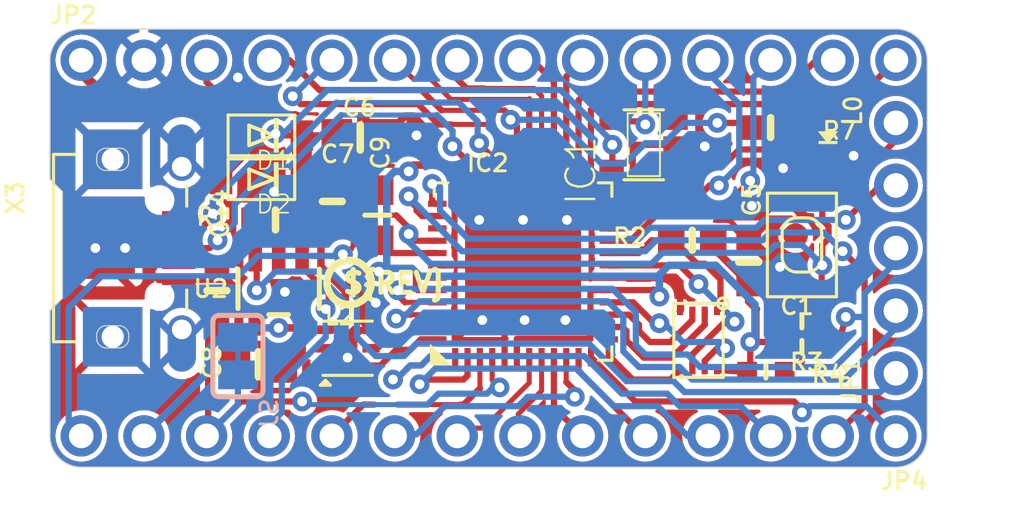
<source format=kicad_pcb>
(kicad_pcb (version 20221018) (generator pcbnew)
  (layers (0 "F.Cu" signal) (1 "In1.Cu" signal) (2 "In2.Cu" signal) (31 "B.Cu" signal) (34 "B.Paste" user) (35 "F.Paste" user) (36 "B.SilkS" user "B.Silkscreen") (37 "F.SilkS" user "F.Silkscreen") (38 "B.Mask" user) (39 "F.Mask" user) (44 "Edge.Cuts" user))
  (net 0 "")
  (net 1 "GND")
  (net 2 "MOSI")
  (net 3 "MISO")
  (net 4 "SCK")
  (net 5 "A5")
  (net 6 "A4")
  (net 7 "A3")
  (net 8 "A2")
  (net 9 "A1")
  (net 10 "D11")
  (net 11 "D12")
  (net 12 "+3V3")
  (net 13 "VBUS")
  (net 14 "VBAT")
  (net 15 "N$2")
  (net 16 "AREF")
  (net 17 "D13")
  (net 18 "A0")
  (net 19 "SCL")
  (net 20 "SDA")
  (net 21 "D9")
  (net 22 "D7")
  (net 23 "D5")
  (net 24 "D4")
  (net 25 "TX_D1")
  (net 26 "RX_D0")
  (net 27 "D10")
  (net 28 "D+")
  (net 29 "D-")
  (net 30 "~{RESET}")
  (net 31 "SWCLK")
  (net 32 "SWDIO")
  (net 33 "EN")
  (net 34 "D3")
  (net 35 "D2")
  (net 36 "VHI")
  (net 37 "D5_5V")
  (net 38 "VSW")
  (net 39 "DOTSTAR_DATA")
  (net 40 "DOTSTAR_CLK")
  (net 41 "VDDCORE")
  (net 42 "QSPI_DATA[0]")
  (net 43 "QSPI_DATA[1]")
  (net 44 "QSPI_SCK")
  (net 45 "QSPI_CS")
  (net 46 "QSPI_DATA[2]")
  (net 47 "QSPI_DATA[3]")
  (footprint "working:USON8" (layer "F.Cu") (at 157.0101 108.7501 -90)
    (fp_text reference "U1" hide)
    (fp_text value "GD25x16" hide)
  )
  (footprint "working:SOT23-5" (layer "F.Cu") (at 139.9921 106.6546 180)
    (fp_text reference "U2")
    (fp_text value "AP2112K-3.3")
  )
  (footprint "working:FIDUCIAL_1MM" (layer "F.Cu") (at 160.9471 104.4956 -90)
    (fp_text reference "U$34" hide)
    (fp_text value "FIDUCIAL_1MM" hide)
  )
  (footprint "working:1X14_ROUND70" (layer "F.Cu") (at 148.5011 112.6236 180)
    (fp_text reference "JP4")
    (fp_text value "")
  )
  (footprint "working:_0603MP" (layer "F.Cu") (at 161.2011 109.0041 180)
    (fp_text reference "R3")
    (fp_text value "2.2K")
  )
  (footprint "working:SOD-123FL" (layer "F.Cu") (at 139.2936 102.2096 180)
    (fp_text reference "D2")
    (fp_text value "MBR120")
  )
  (footprint "working:0805-NO" (layer "F.Cu") (at 139.1701 109.7176 180)
    (fp_text reference "C8")
    (fp_text value "10µF")
  )
  (footprint "working:CHIPLED_0603_NOOUTLINE" (layer "F.Cu") (at 162.2571 100.5171 180)
    (fp_text reference "L0")
    (fp_text value "RED")
  )
  (footprint "working:0603-NO" (layer "F.Cu") (at 159.0421 105.5751 90)
    (fp_text reference "C5")
    (fp_text value "1uF")
  )
  (footprint "working:SOD-123FL" (layer "F.Cu") (at 139.2936 100.4316 180)
    (fp_text reference "D1")
    (fp_text value "MBR120")
  )
  (footprint "working:TQFN48_7MM" (layer "F.Cu") (at 149.8981 105.9561)
    (fp_text reference "IC2")
    (fp_text value "ATSAMD51G_TQFN48")
  )
  (footprint "working:APA102_2020" (layer "F.Cu") (at 142.7861 109.0676)
    (fp_text reference "L2")
    (fp_text value "AP102-2020")
  )
  (footprint "working:PCBFEAT-REV-040" (layer "F.Cu") (at 142.8496 106.4006)
    (fp_text reference "U$6" hide)
    (fp_text value "" hide)
  )
  (footprint "working:0603-NO" (layer "F.Cu") (at 156.7561 104.6861 180)
    (fp_text reference "R2")
    (fp_text value "100k")
  )
  (footprint "working:0603-NO" (layer "F.Cu") (at 137.489006 106.7308 90)
    (fp_text reference "C14")
    (fp_text value "1uF")
  )
  (footprint "working:_0603MP" (layer "F.Cu") (at 161.2011 107.9881)
    (fp_text reference "C1")
    (fp_text value "1uF")
  )
  (footprint "working:0603-NO" (layer "F.Cu") (at 139.8651 103.8606 180)
    (fp_text reference "R1")
    (fp_text value "100k")
  )
  (footprint "working:0603-NO" (layer "F.Cu") (at 142.1681 103.1111 90)
    (fp_text reference "C7")
    (fp_text value "1uF")
  )
  (footprint "working:1X05_ROUND_70" (layer "F.Cu") (at 165.0111 105.0036 90)
    (fp_text reference "JP1")
    (fp_text value "")
  )
  (footprint "working:4UCONN_20329_V2" (layer "F.Cu") (at 135.1661 105.0036 -90)
    (fp_text reference "X3")
    (fp_text value "microUSB")
    (fp_line (start -4.05 2.15) (end -4.05 1.6) (stroke (width 0.05)) (layer "Edge.Cuts"))
    (fp_line (start -3.7 1.25) (end -3.5 1.25) (stroke (width 0.05)) (layer "Edge.Cuts"))
    (fp_line (start -3.5 2.55) (end -3.7 2.55) (stroke (width 0.05)) (layer "Edge.Cuts"))
    (fp_line (start -3.15 1.6) (end -3.15 2.15) (stroke (width 0.05)) (layer "Edge.Cuts"))
    (fp_line (start 3.15 2.2) (end 3.15 1.6) (stroke (width 0.05)) (layer "Edge.Cuts"))
    (fp_line (start 4.05 1.6) (end 4.05 2.2) (stroke (width 0.05)) (layer "Edge.Cuts"))
    (fp_arc (start -4.05 1.6) (mid -3.947487 1.352513) (end -3.7 1.25) (stroke (width 0.05)) (layer "Edge.Cuts"))
    (fp_arc (start -3.7 2.55) (mid -3.957843 2.422487) (end -4.05 2.15) (stroke (width 0.05)) (layer "Edge.Cuts"))
    (fp_arc (start -3.5 1.25) (mid -3.252513 1.352513) (end -3.15 1.6) (stroke (width 0.05)) (layer "Edge.Cuts"))
    (fp_arc (start -3.15 2.15) (mid -3.242157 2.422487) (end -3.5 2.55) (stroke (width 0.05)) (layer "Edge.Cuts"))
    (fp_arc (start 3.15 1.6) (mid 3.302513 1.331802) (end 3.6 1.25) (stroke (width 0.05)) (layer "Edge.Cuts"))
    (fp_arc (start 3.6 1.25) (mid 3.897487 1.331802) (end 4.05 1.6) (stroke (width 0.05)) (layer "Edge.Cuts"))
    (fp_arc (start 3.6 2.55) (mid 3.302513 2.468198) (end 3.15 2.2) (stroke (width 0.05)) (layer "Edge.Cuts"))
    (fp_arc (start 4.05 2.2) (mid 3.897487 2.468198) (end 3.6 2.55) (stroke (width 0.05)) (layer "Edge.Cuts"))
  )
  (footprint "working:_0805MP" (layer "F.Cu") (at 143.9926 103.6701 90)
    (fp_text reference "C9")
    (fp_text value "10uF")
  )
  (footprint "working:ITSYM4_TOP" (layer "F.Cu") (at 130.7211 113.8936)
    (fp_text reference "U$4" hide)
    (fp_text value "" hide)
  )
  (footprint "working:FIDUCIAL_1MM" (layer "F.Cu") (at 132.9273 110.8386 -90)
    (fp_text reference "U$35" hide)
    (fp_text value "FIDUCIAL_1MM" hide)
  )
  (footprint "working:0603-NO" (layer "F.Cu") (at 159.9311 100.1141)
    (fp_text reference "R7")
    (fp_text value "2.2K")
  )
  (footprint "working:SOT23-5" (layer "F.Cu") (at 154.7876 100.8126 90)
    (fp_text reference "IC1")
    (fp_text value "74HCT1G125DBV")
  )
  (footprint "working:KMR2" (layer "F.Cu") (at 161.2011 104.8766 -90)
    (fp_text reference "SW1" hide)
    (fp_text value "SPST_TACT-KMR2" hide)
  )
  (footprint "working:0805-NO" (layer "F.Cu") (at 143.2991 100.5186)
    (fp_text reference "C6")
    (fp_text value "10µF")
  )
  (footprint "working:_0603MP" (layer "F.Cu") (at 159.7406 110.0201)
    (fp_text reference "R4")
    (fp_text value "10K")
  )
  (footprint "working:1X14_ROUND70" (layer "F.Cu") (at 148.5011 97.3836)
    (fp_text reference "JP2")
    (fp_text value "")
  )
  (footprint "working:ITSYM4_BOT" (layer "B.Cu") (at 166.2811 113.8936 180)
    (fp_text reference "U$5" hide)
    (fp_text value "" hide)
  )
  (footprint "working:SOLDERJUMPER_CLOSEDWIRE" (layer "B.Cu") (at 138.3411 109.3851 90)
    (fp_text reference "SJ1")
    (fp_text value "")
  )
  (gr_arc (start 131.9911 113.8936) (mid 131.093074 113.521626) (end 130.7211 112.6236) (stroke (width 0.05)) (layer "Edge.Cuts"))
  (gr_line (start 131.2291 102.7176) (end 131.2291 107.0356) (stroke (width 0.05)) (layer "Edge.Cuts"))
  (gr_line (start 131.9911 113.8936) (end 165.0111 113.8936) (stroke (width 0.05)) (layer "Edge.Cuts"))
  (gr_line (start 165.0111 96.1136) (end 131.9911 96.1136) (stroke (width 0.05)) (layer "Edge.Cuts"))
  (gr_line (start 130.7211 107.5436) (end 130.7211 112.6236) (stroke (width 0.05)) (layer "Edge.Cuts"))
  (gr_arc (start 165.0111 96.1136) (mid 165.909126 96.485574) (end 166.2811 97.3836) (stroke (width 0.05)) (layer "Edge.Cuts"))
  (gr_arc (start 130.7211 97.3836) (mid 131.093074 96.485574) (end 131.9911 96.1136) (stroke (width 0.05)) (layer "Edge.Cuts"))
  (gr_line (start 130.7211 102.2096) (end 131.2291 102.7176) (stroke (width 0.05)) (layer "Edge.Cuts"))
  (gr_line (start 130.7211 97.3836) (end 130.7211 102.2096) (stroke (width 0.05)) (layer "Edge.Cuts"))
  (gr_line (start 131.2291 107.0356) (end 130.7211 107.5436) (stroke (width 0.05)) (layer "Edge.Cuts"))
  (gr_line (start 166.2811 112.6236) (end 166.2811 97.3836) (stroke (width 0.05)) (layer "Edge.Cuts"))
  (gr_arc (start 166.2811 112.6236) (mid 165.909126 113.521626) (end 165.0111 113.8936) (stroke (width 0.05)) (layer "Edge.Cuts"))
  (segment (start 155.8631 106.2061) (end 156.2601 106.6031) (width 0.254) (layer "F.Cu") (net 1))
  (segment (start 135.1326 106.3036) (end 134.8486 106.0196) (width 0.254) (layer "F.Cu") (net 1))
  (segment (start 148.1796 105.7061) (end 148.1836 105.7021) (width 0.254) (layer "F.Cu") (net 1))
  (segment (start 143.7361 108.3176) (end 143.3456 108.3176) (width 0.254) (layer "F.Cu") (net 1))
  (segment (start 137.066206 106.3036) (end 137.489006 105.8808) (width 0.254) (layer "F.Cu") (net 1))
  (segment (start 148.1796 105.7061) (end 149.6481 105.7061) (width 0.254) (layer "F.Cu") (net 1))
  (segment (start 153.3731 106.2061) (end 151.4261 106.2061) (width 0.254) (layer "F.Cu") (net 1))
  (segment (start 156.2601 106.6031) (end 156.2601 107.5501) (width 0.254) (layer "F.Cu") (net 1))
  (segment (start 153.3731 106.2061) (end 155.8631 106.2061) (width 0.254) (layer "F.Cu") (net 1))
  (segment (start 149.1481 109.4311) (end 149.1481 107.6826) (width 0.254) (layer "F.Cu") (net 1))
  (segment (start 149.6481 105.7061) (end 149.8981 105.9561) (width 0.254) (layer "F.Cu") (net 1))
  (segment (start 149.1481 107.6826) (end 149.1481 106.7061) (width 0.254) (layer "F.Cu") (net 1))
  (segment (start 151.4261 106.2061) (end 151.4221 106.2101) (width 0.254) (layer "F.Cu") (net 1))
  (segment (start 135.9411 106.3036) (end 137.066206 106.3036) (width 0.254) (layer "F.Cu") (net 1))
  (segment (start 135.9411 106.3036) (end 135.1326 106.3036) (width 0.254) (layer "F.Cu") (net 1))
  (segment (start 156.9466 101.1936) (end 157.2641 100.8761) (width 0.254) (layer "F.Cu") (net 1))
  (segment (start 149.1481 107.6826) (end 149.1361 107.6706) (width 0.254) (layer "F.Cu") (net 1))
  (segment (start 142.5611 102.6541) (end 143.9926 102.6541) (width 0.3048) (layer "F.Cu") (net 1))
  (segment (start 146.4231 105.7061) (end 148.1796 105.7061) (width 0.254) (layer "F.Cu") (net 1))
  (segment (start 147.6481 103.7696) (end 147.9931 104.1146) (width 0.254) (layer "F.Cu") (net 1))
  (segment (start 156.6316 101.7626) (end 156.9466 101.4476) (width 0.254) (layer "F.Cu") (net 1))
  (segment (start 150.1481 106.2061) (end 149.8981 105.9561) (width 0.254) (layer "F.Cu") (net 1))
  (segment (start 143.3456 108.3176) (end 142.9766 108.6866) (width 0.254) (layer "F.Cu") (net 1))
  (segment (start 151.4261 106.2061) (end 150.1481 106.2061) (width 0.254) (layer "F.Cu") (net 1))
  (segment (start 156.0776 101.7626) (end 156.6316 101.7626) (width 0.254) (layer "F.Cu") (net 1))
  (segment (start 149.1481 106.7061) (end 149.8981 105.9561) (width 0.254) (layer "F.Cu") (net 1))
  (segment (start 159.0421 104.7251) (end 159.2716 104.7251) (width 0.254) (layer "F.Cu") (net 1))
  (segment (start 147.6481 102.4811) (end 147.6481 103.7696) (width 0.254) (layer "F.Cu") (net 1))
  (segment (start 147.9931 104.1146) (end 148.0566 104.1146) (width 0.254) (layer "F.Cu") (net 1))
  (segment (start 159.2716 104.7251) (end 160.0581 105.5116) (width 0.254) (layer "F.Cu") (net 1))
  (segment (start 156.9466 101.4476) (end 156.9466 101.1936) (width 0.254) (layer "F.Cu") (net 1))
  (segment (start 142.1681 102.2611) (end 142.5611 102.6541) (width 0.3048) (layer "F.Cu") (net 1))
  (segment (start 148.0566 104.1146) (end 149.8981 105.9561) (width 0.254) (layer "F.Cu") (net 1))
  (via (at 159.1691 103.2891) (size 0.8001) (drill 0.3937) (layers "F.Cu" "B.Cu") (net 1))
  (via (at 139.8016 102.7176) (size 0.8001) (drill 0.3937) (layers "F.Cu" "B.Cu") (net 1))
  (via (at 157.2641 100.8761) (size 0.8001) (drill 0.3937) (layers "F.Cu" "B.Cu") (net 1))
  (via (at 143.9291 107.2261) (size 0.8001) (drill 0.3937) (layers "F.Cu" "B.Cu") (net 1))
  (via (at 151.6761 103.8606) (size 0.8001) (drill 0.3937) (layers "F.Cu" "B.Cu") (net 1))
  (via (at 160.4391 101.7651) (size 0.8001) (drill 0.3937) (layers "F.Cu" "B.Cu") (net 1))
  (via (at 163.2966 101.2571) (size 0.8001) (drill 0.3937) (layers "F.Cu" "B.Cu") (net 1))
  (via (at 133.7691 105.0036) (size 0.8001) (drill 0.3937) (layers "F.Cu" "B.Cu") (net 1))
  (via (at 148.2471 107.9246) (size 0.8001) (drill 0.3937) (layers "F.Cu" "B.Cu") (net 1))
  (via (at 145.5801 100.4316) (size 0.8001) (drill 0.3937) (layers "F.Cu" "B.Cu") (net 1))
  (via (at 138.3411 98.0821) (size 0.8001) (drill 0.3937) (layers "F.Cu" "B.Cu") (net 1))
  (via (at 142.7861 109.4486) (size 0.8001) (drill 0.3937) (layers "F.Cu" "B.Cu") (net 1))
  (via (at 151.6126 107.9246) (size 0.8001) (drill 0.3937) (layers "F.Cu" "B.Cu") (net 1))
  (via (at 149.8981 103.8606) (size 0.8001) (drill 0.3937) (layers "F.Cu" "B.Cu") (net 1))
  (via (at 149.9616 107.9246) (size 0.8001) (drill 0.3937) (layers "F.Cu" "B.Cu") (net 1))
  (via (at 140.2461 106.7816) (size 0.8001) (drill 0.3937) (layers "F.Cu" "B.Cu") (net 1))
  (via (at 160.3121 105.7656) (size 0.8001) (drill 0.3937) (layers "F.Cu" "B.Cu") (net 1))
  (via (at 148.1201 103.8606) (size 0.8001) (drill 0.3937) (layers "F.Cu" "B.Cu") (net 1))
  (via (at 132.5626 105.0036) (size 0.8001) (drill 0.3937) (layers "F.Cu" "B.Cu") (net 1))
  (segment (start 146.1516 109.3851) (end 147.1021 109.3851) (width 0.254) (layer "F.Cu") (net 2))
  (segment (start 145.7706 109.7661) (end 146.1516 109.3851) (width 0.254) (layer "F.Cu") (net 2))
  (segment (start 147.1021 109.3851) (end 147.1481 109.4311) (width 0.254) (layer "F.Cu") (net 2))
  (segment (start 144.7546 110.3376) (end 145.3261 109.7661) (width 0.254) (layer "F.Cu") (net 2))
  (segment (start 145.3261 109.7661) (end 145.7706 109.7661) (width 0.254) (layer "F.Cu") (net 2))
  (segment (start 144.6276 110.3376) (end 144.7546 110.3376) (width 0.254) (layer "F.Cu") (net 2))
  (via (at 144.6276 110.3376) (size 0.8001) (drill 0.3937) (layers "F.Cu" "B.Cu") (net 2))
  (segment (start 145.3261 109.7661) (end 145.7706 109.7661) (width 0.254) (layer "B.Cu") (net 2))
  (segment (start 153.8986 110.9091) (end 155.7401 110.9091) (width 0.254) (layer "B.Cu") (net 2))
  (segment (start 145.7706 109.7661) (end 146.1516 109.3851) (width 0.254) (layer "B.Cu") (net 2))
  (segment (start 156.2481 111.4171) (end 158.7246 111.4171) (width 0.254) (layer "B.Cu") (net 2))
  (segment (start 144.6276 110.3376) (end 144.7546 110.3376) (width 0.254) (layer "B.Cu") (net 2))
  (segment (start 158.7246 111.4171) (end 159.9311 112.6236) (width 0.254) (layer "B.Cu") (net 2))
  (segment (start 144.7546 110.3376) (end 145.3261 109.7661) (width 0.254) (layer "B.Cu") (net 2))
  (segment (start 155.7401 110.9091) (end 156.2481 111.4171) (width 0.254) (layer "B.Cu") (net 2))
  (segment (start 152.3746 109.3851) (end 153.8986 110.9091) (width 0.254) (layer "B.Cu") (net 2))
  (segment (start 146.1516 109.3851) (end 152.3746 109.3851) (width 0.254) (layer "B.Cu") (net 2))
  (segment (start 145.8066 103.7061) (end 145.5801 103.4796) (width 0.254) (layer "F.Cu") (net 3))
  (segment (start 163.7411 111.4171) (end 162.5346 112.6236) (width 0.254) (layer "F.Cu") (net 3))
  (segment (start 145.5801 103.3526) (end 145.1991 102.9716) (width 0.254) (layer "F.Cu") (net 3))
  (segment (start 145.1991 102.9716) (end 145.2626 102.9081) (width 0.254) (layer "F.Cu") (net 3))
  (segment (start 162.5346 112.6236) (end 162.4711 112.6236) (width 0.254) (layer "F.Cu") (net 3))
  (segment (start 146.4231 103.7061) (end 145.8066 103.7061) (width 0.254) (layer "F.Cu") (net 3))
  (segment (start 162.8521 105.1306) (end 163.7411 106.0196) (width 0.254) (layer "F.Cu") (net 3))
  (segment (start 145.5801 103.4796) (end 145.5801 103.3526) (width 0.254) (layer "F.Cu") (net 3))
  (segment (start 163.7411 106.0196) (end 163.7411 111.4171) (width 0.254) (layer "F.Cu") (net 3))
  (via (at 145.2626 102.9081) (size 0.8001) (drill 0.3937) (layers "F.Cu" "B.Cu") (net 3))
  (via (at 162.8521 105.1306) (size 0.8001) (drill 0.3937) (layers "F.Cu" "B.Cu") (net 3))
  (segment (start 147.4216 105.1306) (end 154.8511 105.1306) (width 0.254) (layer "B.Cu") (net 3))
  (segment (start 159.6136 104.6861) (end 159.9311 104.3686) (width 0.254) (layer "B.Cu") (net 3))
  (segment (start 154.8511 105.1306) (end 155.2956 104.6861) (width 0.254) (layer "B.Cu") (net 3))
  (segment (start 159.9311 104.3686) (end 162.0901 104.3686) (width 0.254) (layer "B.Cu") (net 3))
  (segment (start 155.2956 104.6861) (end 159.6136 104.6861) (width 0.254) (layer "B.Cu") (net 3))
  (segment (start 145.2626 102.9081) (end 147.4216 105.1306) (width 0.254) (layer "B.Cu") (net 3))
  (segment (start 162.0901 104.3686) (end 162.8521 105.1306) (width 0.254) (layer "B.Cu") (net 3))
  (segment (start 147.6481 110.1746) (end 147.4851 110.3376) (width 0.254) (layer "F.Cu") (net 4))
  (segment (start 145.8976 110.3376) (end 145.7071 110.5281) (width 0.254) (layer "F.Cu") (net 4))
  (segment (start 147.6481 109.4311) (end 147.6481 110.1746) (width 0.254) (layer "F.Cu") (net 4))
  (segment (start 147.4851 110.3376) (end 145.8976 110.3376) (width 0.254) (layer "F.Cu") (net 4))
  (via (at 145.7071 110.5281) (size 0.8001) (drill 0.3937) (layers "F.Cu" "B.Cu") (net 4))
  (segment (start 153.5811 111.4171) (end 155.3591 111.4171) (width 0.254) (layer "B.Cu") (net 4))
  (segment (start 156.5656 112.6236) (end 157.3911 112.6236) (width 0.254) (layer "B.Cu") (net 4))
  (segment (start 146.3421 109.8931) (end 152.0571 109.8931) (width 0.254) (layer "B.Cu") (net 4))
  (segment (start 155.3591 111.4171) (end 156.5656 112.6236) (width 0.254) (layer "B.Cu") (net 4))
  (segment (start 152.0571 109.8931) (end 153.5811 111.4171) (width 0.254) (layer "B.Cu") (net 4))
  (segment (start 145.7071 110.5281) (end 146.3421 109.8931) (width 0.254) (layer "B.Cu") (net 4))
  (segment (start 152.1481 109.9841) (end 154.7876 112.6236) (width 0.254) (layer "F.Cu") (net 5))
  (segment (start 152.1481 109.4311) (end 152.1481 109.9841) (width 0.254) (layer "F.Cu") (net 5))
  (segment (start 154.7876 112.6236) (end 154.8511 112.6236) (width 0.254) (layer "F.Cu") (net 5))
  (segment (start 151.1481 109.4311) (end 151.1481 111.4606) (width 0.254) (layer "F.Cu") (net 6))
  (segment (start 151.1481 111.4606) (end 152.3111 112.6236) (width 0.254) (layer "F.Cu") (net 6))
  (segment (start 149.7076 111.7346) (end 149.7076 112.5601) (width 0.2032) (layer "F.Cu") (net 7))
  (segment (start 149.7076 112.5601) (end 149.7711 112.6236) (width 0.2032) (layer "F.Cu") (net 7))
  (segment (start 150.6481 109.4311) (end 150.6481 110.7941) (width 0.2032) (layer "F.Cu") (net 7))
  (segment (start 150.6481 110.7941) (end 149.7076 111.7346) (width 0.2032) (layer "F.Cu") (net 7))
  (segment (start 147.5486 112.3061) (end 147.2311 112.6236) (width 0.2032) (layer "F.Cu") (net 8))
  (segment (start 150.1481 109.4311) (end 150.1481 110.4686) (width 0.2032) (layer "F.Cu") (net 8))
  (segment (start 150.1481 110.4686) (end 148.3106 112.3061) (width 0.2032) (layer "F.Cu") (net 8))
  (segment (start 148.3106 112.3061) (end 147.5486 112.3061) (width 0.2032) (layer "F.Cu") (net 8))
  (segment (start 151.9936 110.7821) (end 151.9936 111.0361) (width 0.254) (layer "F.Cu") (net 9))
  (segment (start 151.6481 109.4311) (end 151.6481 110.4366) (width 0.2032) (layer "F.Cu") (net 9))
  (segment (start 151.6481 110.4366) (end 151.9936 110.7821) (width 0.254) (layer "F.Cu") (net 9))
  (via (at 151.9936 111.0361) (size 0.8001) (drill 0.3937) (layers "F.Cu" "B.Cu") (net 9))
  (segment (start 149.7076 111.4171) (end 146.7231 111.4171) (width 0.254) (layer "B.Cu") (net 9))
  (segment (start 146.7231 111.4171) (end 145.5801 112.5601) (width 0.254) (layer "B.Cu") (net 9))
  (segment (start 145.5801 112.5601) (end 144.7546 112.5601) (width 0.254) (layer "B.Cu") (net 9))
  (segment (start 149.7076 111.4171) (end 150.0886 111.0361) (width 0.254) (layer "B.Cu") (net 9))
  (segment (start 150.0886 111.0361) (end 151.9936 111.0361) (width 0.254) (layer "B.Cu") (net 9))
  (segment (start 144.7546 112.5601) (end 144.6911 112.6236) (width 0.254) (layer "B.Cu") (net 9))
  (segment (start 150.1481 98.9711) (end 150.1521 98.9711) (width 0.254) (layer "F.Cu") (net 10))
  (segment (start 150.1521 98.9711) (end 146.9771 98.9711) (width 0.2032) (layer "F.Cu") (net 10))
  (segment (start 145.4531 98.1456) (end 144.6911 97.3836) (width 0.2032) (layer "F.Cu") (net 10))
  (segment (start 150.1481 102.4811) (end 150.1481 98.9711) (width 0.254) (layer "F.Cu") (net 10))
  (segment (start 146.1516 98.1456) (end 145.4531 98.1456) (width 0.2032) (layer "F.Cu") (net 10))
  (segment (start 146.9771 98.9711) (end 146.1516 98.1456) (width 0.2032) (layer "F.Cu") (net 10))
  (segment (start 149.1401 100.6896) (end 149.1481 100.6976) (width 0.254) (layer "F.Cu") (net 11))
  (segment (start 145.6436 99.1616) (end 140.8811 99.1616) (width 0.254) (layer "F.Cu") (net 11))
  (segment (start 149.1401 100.6896) (end 148.4376 99.9871) (width 0.2032) (layer "F.Cu") (net 11))
  (segment (start 149.1481 100.6976) (end 149.1481 102.4811) (width 0.254) (layer "F.Cu") (net 11))
  (segment (start 148.4376 99.9871) (end 146.9771 99.9871) (width 0.2032) (layer "F.Cu") (net 11))
  (segment (start 140.8811 99.1616) (end 140.5636 98.8441) (width 0.254) (layer "F.Cu") (net 11))
  (segment (start 146.9771 99.9871) (end 146.4691 99.9871) (width 0.254) (layer "F.Cu") (net 11))
  (segment (start 146.4691 99.9871) (end 145.6436 99.1616) (width 0.254) (layer "F.Cu") (net 11))
  (via (at 140.5636 98.8441) (size 0.8001) (drill 0.3937) (layers "F.Cu" "B.Cu") (net 11))
  (segment (start 142.0241 97.3836) (end 142.1511 97.3836) (width 0.254) (layer "B.Cu") (net 11))
  (segment (start 140.5636 98.8441) (end 142.0241 97.3836) (width 0.254) (layer "B.Cu") (net 11))
  (segment (start 141.7066 104.8766) (end 142.1681 104.3516) (width 0.3048) (layer "F.Cu") (net 12))
  (segment (start 140.4851 109.7176) (end 140.9446 109.2581) (width 0.3048) (layer "F.Cu") (net 12))
  (segment (start 141.8361 108.3176) (end 141.305 108.3176) (width 0.3048) (layer "F.Cu") (net 12))
  (segment (start 142.1681 104.3516) (end 142.1681 103.9611) (width 0.3048) (layer "F.Cu") (net 12))
  (segment (start 146.4231 106.7061) (end 145.6316 106.7061) (width 0.254) (layer "F.Cu") (net 12))
  (segment (start 140.9446 109.2581) (end 140.9446 107.9572) (width 0.3048) (layer "F.Cu") (net 12))
  (segment (start 143.0406 105.9561) (end 144.0561 105.9561) (width 0.3048) (layer "F.Cu") (net 12))
  (segment (start 142.6911 107.9561) (end 142.3416 108.3056) (width 0.3048) (layer "F.Cu") (net 12))
  (segment (start 139.9921 108.2421) (end 140.6547 108.2421) (width 0.3048) (layer "F.Cu") (net 12))
  (segment (start 160.4391 109.0041) (end 160.2241 108.8136) (width 0.254) (layer "F.Cu") (net 12))
  (segment (start 157.7666 109.9566) (end 158.9786 110.0201) (width 0.254) (layer "F.Cu") (net 12))
  (segment (start 159.3596 108.8136) (end 159.1056 108.8136) (width 0.254) (layer "F.Cu") (net 12))
  (segment (start 152.6286 106.7181) (end 152.6406 106.7061) (width 0.254) (layer "F.Cu") (net 12))
  (segment (start 160.2241 108.8136) (end 159.1056 108.8136) (width 0.254) (layer "F.Cu") (net 12))
  (segment (start 145.5801 106.6546) (end 145.5801 106.0196) (width 0.3048) (layer "F.Cu") (net 12))
  (segment (start 144.1831 105.8291) (end 144.0561 105.9561) (width 0.3048) (layer "F.Cu") (net 12))
  (segment (start 152.6406 106.7061) (end 153.3731 106.7061) (width 0.254) (layer "F.Cu") (net 12))
  (segment (start 157.7601 109.9501) (end 157.7666 109.9566) (width 0.254) (layer "F.Cu") (net 12))
  (segment (start 145.5801 106.0196) (end 145.3896 105.8291) (width 0.3048) (layer "F.Cu") (net 12))
  (segment (start 157.6061 104.6861) (end 157.6696 105.0526) (width 0.3048) (layer "F.Cu") (net 12))
  (segment (start 149.6481 108.6866) (end 152.6286 108.6866) (width 0.254) (layer "F.Cu") (net 12))
  (segment (start 142.6911 106.7501) (end 143.0406 105.9561) (width 0.3048) (layer "F.Cu") (net 12))
  (segment (start 155.1806 106.7061) (end 155.4226 106.9481) (width 0.3048) (layer "F.Cu") (net 12))
  (segment (start 140.6547 108.2421) (end 140.9421 107.9547) (width 0.3048) (layer "F.Cu") (net 12))
  (segment (start 159.1056 109.7906) (end 159.1056 108.8136) (width 0.254) (layer "F.Cu") (net 12))
  (segment (start 146.6596 101.6381) (end 147.1481 102.1266) (width 0.3048) (layer "F.Cu") (net 12))
  (segment (start 159.0421 107.1626) (end 159.0421 106.4251) (width 0.3048) (layer "F.Cu") (net 12))
  (segment (start 141.305 108.3176) (end 140.9421 107.9547) (width 0.3048) (layer "F.Cu") (net 12))
  (segment (start 149.6481 109.4311) (end 149.6481 108.6866) (width 0.254) (layer "F.Cu") (net 12))
  (segment (start 142.6911 106.7501) (end 141.7066 105.7656) (width 0.3048) (layer "F.Cu") (net 12))
  (segment (start 140.1201 109.7176) (end 140.4851 109.7176) (width 0.3048) (layer "F.Cu") (net 12))
  (segment (start 159.3596 107.4801) (end 159.3596 108.8136) (width 0.254) (layer "F.Cu") (net 12))
  (segment (start 140.912 107.9246) (end 140.9421 107.9547) (width 0.254) (layer "F.Cu") (net 12))
  (segment (start 145.3896 105.8291) (end 144.1831 105.8291) (width 0.3048) (layer "F.Cu") (net 12))
  (segment (start 141.8481 108.3056) (end 141.8361 108.3176) (width 0.254) (layer "F.Cu") (net 12))
  (segment (start 145.4531 101.6381) (end 145.2626 101.8921) (width 0.3048) (layer "F.Cu") (net 12))
  (segment (start 142.3416 108.3056) (end 141.8481 108.3056) (width 0.3048) (layer "F.Cu") (net 12))
  (segment (start 142.6911 106.7501) (end 142.6911 107.9561) (width 0.3048) (layer "F.Cu") (net 12))
  (segment (start 158.9786 110.0201) (end 159.1056 109.7906) (width 0.254) (layer "F.Cu") (net 12))
  (segment (start 140.9446 107.9572) (end 140.9421 107.9547) (width 0.254) (layer "F.Cu") (net 12))
  (segment (start 157.6696 105.0526) (end 159.0421 106.4251) (width 0.3048) (layer "F.Cu") (net 12))
  (segment (start 141.7066 105.7656) (end 141.7066 104.8766) (width 0.3048) (layer "F.Cu") (net 12))
  (segment (start 147.1481 102.1266) (end 147.1481 102.4811) (width 0.254) (layer "F.Cu") (net 12))
  (segment (start 153.3731 106.7061) (end 155.1806 106.7061) (width 0.254) (layer "F.Cu") (net 12))
  (segment (start 145.6316 106.7061) (end 145.5801 106.6546) (width 0.254) (layer "F.Cu") (net 12))
  (segment (start 159.3596 107.4801) (end 159.0421 107.1626) (width 0.3048) (layer "F.Cu") (net 12))
  (segment (start 152.6286 108.6866) (end 152.6286 106.7181) (width 0.254) (layer "F.Cu") (net 12))
  (segment (start 146.6596 101.6381) (end 145.4531 101.6381) (width 0.3048) (layer "F.Cu") (net 12))
  (segment (start 155.4226 106.9481) (end 155.4226 106.9721) (width 0.254) (layer "F.Cu") (net 12))
  (via (at 155.4226 106.9721) (size 0.8001) (drill 0.3937) (layers "F.Cu" "B.Cu") (net 12))
  (via (at 159.1056 108.8136) (size 0.8001) (drill 0.3937) (layers "F.Cu" "B.Cu") (net 12))
  (via (at 145.2626 101.8921) (size 0.8001) (drill 0.3937) (layers "F.Cu" "B.Cu") (net 12))
  (via (at 139.9921 108.2421) (size 0.8001) (drill 0.3937) (layers "F.Cu" "B.Cu") (net 12))
  (via (at 144.0561 105.9561) (size 0.8001) (drill 0.3937) (layers "F.Cu" "B.Cu") (net 12))
  (segment (start 145.3896 105.8291) (end 145.7071 106.1466) (width 0.3048) (layer "B.Cu") (net 12))
  (segment (start 155.8036 105.7021) (end 157.7086 105.7021) (width 0.3048) (layer "B.Cu") (net 12))
  (segment (start 134.5311 112.6236) (end 137.1346 110.0201) (width 0.3048) (layer "B.Cu") (net 12))
  (segment (start 159.2961 107.2896) (end 157.7086 105.7021) (width 0.3048) (layer "B.Cu") (net 12))
  (segment (start 137.6426 108.6231) (end 138.3411 108.6231) (width 0.3048) (layer "B.Cu") (net 12))
  (segment (start 159.2961 107.2896) (end 159.2961 108.6231) (width 0.3048) (layer "B.Cu") (net 12))
  (segment (start 144.6911 101.8921) (end 145.2626 101.8921) (width 0.3048) (layer "B.Cu") (net 12))
  (segment (start 137.1346 110.0201) (end 137.1346 109.1311) (width 0.3048) (layer "B.Cu") (net 12))
  (segment (start 155.8036 105.7021) (end 155.3591 106.1466) (width 0.3048) (layer "B.Cu") (net 12))
  (segment (start 145.7071 106.1466) (end 155.3591 106.1466) (width 0.3048) (layer "B.Cu") (net 12))
  (segment (start 155.4226 106.9721) (end 155.4226 106.2101) (width 0.3048) (layer "B.Cu") (net 12))
  (segment (start 155.4226 106.2101) (end 155.3591 106.1466) (width 0.254) (layer "B.Cu") (net 12))
  (segment (start 159.2961 108.6231) (end 159.1056 108.8136) (width 0.3048) (layer "B.Cu") (net 12))
  (segment (start 137.1346 109.1311) (end 137.6426 108.6231) (width 0.3048) (layer "B.Cu") (net 12))
  (segment (start 144.3736 102.2096) (end 144.6911 101.8921) (width 0.3048) (layer "B.Cu") (net 12))
  (segment (start 144.3736 105.6386) (end 144.3736 102.2096) (width 0.3048) (layer "B.Cu") (net 12))
  (segment (start 144.3736 105.6386) (end 144.0561 105.9561) (width 0.254) (layer "B.Cu") (net 12))
  (segment (start 144.1831 105.8291) (end 144.0561 105.9561) (width 0.3048) (layer "B.Cu") (net 12))
  (segment (start 138.3411 108.6231) (end 138.7221 108.2421) (width 0.3048) (layer "B.Cu") (net 12))
  (segment (start 145.3896 105.8291) (end 144.1831 105.8291) (width 0.3048) (layer "B.Cu") (net 12))
  (segment (start 138.7221 108.2421) (end 139.9921 108.2421) (width 0.3048) (layer "B.Cu") (net 12))
  (segment (start 137.4351 102.2096) (end 137.6561 102.2096) (width 0.254) (layer "F.Cu") (net 13))
  (segment (start 137.0711 97.3836) (end 137.0711 98.2726) (width 0.254) (layer "F.Cu") (net 13))
  (segment (start 135.9411 103.7036) (end 137.4351 102.2096) (width 0.254) (layer "F.Cu") (net 13))
  (segment (start 138.4681 99.6696) (end 138.4681 101.3976) (width 0.254) (layer "F.Cu") (net 13))
  (segment (start 137.0711 98.2726) (end 138.4681 99.6696) (width 0.254) (layer "F.Cu") (net 13))
  (segment (start 138.4681 101.3976) (end 137.6561 102.2096) (width 0.254) (layer "F.Cu") (net 13))
  (segment (start 133.1341 99.0346) (end 136.4911 99.0346) (width 0.4064) (layer "F.Cu") (net 14))
  (segment (start 136.4911 99.0346) (end 137.6561 100.1996) (width 0.4064) (layer "F.Cu") (net 14))
  (segment (start 131.9911 97.3836) (end 131.9911 97.8916) (width 0.4064) (layer "F.Cu") (net 14))
  (segment (start 131.9911 97.8916) (end 133.1341 99.0346) (width 0.4064) (layer "F.Cu") (net 14))
  (segment (start 137.6561 100.1996) (end 137.6561 100.4316) (width 0.4064) (layer "F.Cu") (net 14))
  (segment (start 161.1281 99.7671) (end 162.2571 99.7671) (width 0.254) (layer "F.Cu") (net 15))
  (segment (start 160.7811 100.1141) (end 161.1281 99.7671) (width 0.254) (layer "F.Cu") (net 15))
  (segment (start 148.6481 110.3576) (end 148.9456 110.6551) (width 0.2032) (layer "F.Cu") (net 16))
  (segment (start 137.1346 108.7501) (end 137.1346 112.5601) (width 0.254) (layer "F.Cu") (net 16))
  (segment (start 137.489006 108.395694) (end 137.1346 108.7501) (width 0.254) (layer "F.Cu") (net 16))
  (segment (start 137.489006 107.5808) (end 137.489006 108.395694) (width 0.254) (layer "F.Cu") (net 16))
  (segment (start 140.9446 111.2266) (end 138.4681 111.2266) (width 0.254) (layer "F.Cu") (net 16))
  (segment (start 137.1346 112.5601) (end 137.0711 112.6236) (width 0.254) (layer "F.Cu") (net 16))
  (segment (start 148.6481 109.4311) (end 148.6481 110.3576) (width 0.2032) (layer "F.Cu") (net 16))
  (segment (start 138.4681 111.2266) (end 137.0711 112.6236) (width 0.254) (layer "F.Cu") (net 16))
  (via (at 140.9446 111.2266) (size 0.8001) (drill 0.3937) (layers "F.Cu" "B.Cu") (net 16))
  (via (at 148.9456 110.6551) (size 0.8001) (drill 0.3937) (layers "F.Cu" "B.Cu") (net 16))
  (segment (start 144.8181 111.3536) (end 146.0246 111.3536) (width 0.254) (layer "B.Cu") (net 16))
  (segment (start 138.3411 111.3536) (end 138.3411 110.4646) (width 0.254) (layer "B.Cu") (net 16))
  (segment (start 148.6916 110.6551) (end 148.9456 110.6551) (width 0.254) (layer "B.Cu") (net 16))
  (segment (start 148.4376 110.9091) (end 148.6916 110.6551) (width 0.254) (layer "B.Cu") (net 16))
  (segment (start 137.0711 112.6236) (end 138.3411 111.3536) (width 0.254) (layer "B.Cu") (net 16))
  (segment (start 138.3411 110.4646) (end 138.3411 110.1471) (width 0.254) (layer "B.Cu") (net 16))
  (segment (start 146.4691 110.9091) (end 148.4376 110.9091) (width 0.254) (layer "B.Cu") (net 16))
  (segment (start 141.2621 111.3536) (end 141.1351 111.2266) (width 0.2032) (layer "B.Cu") (net 16))
  (segment (start 144.8181 111.3536) (end 141.2621 111.3536) (width 0.2032) (layer "B.Cu") (net 16))
  (segment (start 146.0246 111.3536) (end 146.4691 110.9091) (width 0.254) (layer "B.Cu") (net 16))
  (segment (start 141.1351 111.2266) (end 140.9446 111.2266) (width 0.2032) (layer "B.Cu") (net 16))
  (segment (start 141.6431 98.5901) (end 140.4366 97.3836) (width 0.254) (layer "F.Cu") (net 17))
  (segment (start 159.0811 100.1141) (end 158.8906 99.9236) (width 0.254) (layer "F.Cu") (net 17))
  (segment (start 140.4366 97.3836) (end 139.6111 97.3836) (width 0.254) (layer "F.Cu") (net 17))
  (segment (start 158.8906 99.9236) (end 157.7721 99.9236) (width 0.254) (layer "F.Cu") (net 17))
  (segment (start 149.3901 99.6696) (end 149.3901 99.7966) (width 0.254) (layer "F.Cu") (net 17))
  (segment (start 146.5961 99.4156) (end 145.7706 98.5901) (width 0.254) (layer "F.Cu") (net 17))
  (segment (start 149.6481 102.4811) (end 149.6481 100.0546) (width 0.254) (layer "F.Cu") (net 17))
  (segment (start 145.7706 98.5901) (end 141.6431 98.5901) (width 0.254) (layer "F.Cu") (net 17))
  (segment (start 149.6481 100.0546) (end 149.3901 99.7966) (width 0.254) (layer "F.Cu") (net 17))
  (segment (start 149.1361 99.4156) (end 146.5961 99.4156) (width 0.2032) (layer "F.Cu") (net 17))
  (segment (start 149.1361 99.4156) (end 149.3901 99.6696) (width 0.254) (layer "F.Cu") (net 17))
  (via (at 157.7721 99.9236) (size 0.8001) (drill 0.3937) (layers "F.Cu" "B.Cu") (net 17))
  (via (at 149.3901 99.7966) (size 0.8001) (drill 0.3937) (layers "F.Cu" "B.Cu") (net 17))
  (segment (start 154.0256 101.5746) (end 154.8511 100.7491) (width 0.254) (layer "B.Cu") (net 17))
  (segment (start 156.4386 99.9236) (end 157.7721 99.9236) (width 0.254) (layer "B.Cu") (net 17))
  (segment (start 155.6131 100.7491) (end 156.4386 99.9236) (width 0.254) (layer "B.Cu") (net 17))
  (segment (start 151.2951 99.7966) (end 153.0731 101.5746) (width 0.254) (layer "B.Cu") (net 17))
  (segment (start 153.0731 101.5746) (end 154.0256 101.5746) (width 0.254) (layer "B.Cu") (net 17))
  (segment (start 151.2951 99.7966) (end 149.3901 99.7966) (width 0.254) (layer "B.Cu") (net 17))
  (segment (start 154.8511 100.7491) (end 155.6131 100.7491) (width 0.254) (layer "B.Cu") (net 17))
  (segment (start 143.8656 111.3536) (end 147.3581 111.3536) (width 0.2032) (layer "F.Cu") (net 18))
  (segment (start 143.8656 111.3536) (end 143.4211 111.3536) (width 0.254) (layer "F.Cu") (net 18))
  (segment (start 147.4851 111.3536) (end 147.3581 111.3536) (width 0.254) (layer "F.Cu") (net 18))
  (segment (start 143.4211 111.3536) (end 142.1511 112.6236) (width 0.254) (layer "F.Cu") (net 18))
  (segment (start 148.1481 110.6906) (end 147.4851 111.3536) (width 0.254) (layer "F.Cu") (net 18))
  (segment (start 148.1481 109.4311) (end 148.1481 110.6906) (width 0.2032) (layer "F.Cu") (net 18))
  (segment (start 156.8831 103.0351) (end 157.4546 102.4636) (width 0.254) (layer "F.Cu") (net 19))
  (segment (start 154.0611 104.2061) (end 155.2321 103.0351) (width 0.254) (layer "F.Cu") (net 19))
  (segment (start 157.4546 102.4636) (end 157.8356 102.4636) (width 0.254) (layer "F.Cu") (net 19))
  (segment (start 153.3731 104.2061) (end 154.0611 104.2061) (width 0.254) (layer "F.Cu") (net 19))
  (segment (start 155.2321 103.0351) (end 156.8831 103.0351) (width 0.254) (layer "F.Cu") (net 19))
  (via (at 157.8356 102.4636) (size 0.8001) (drill 0.3937) (layers "F.Cu" "B.Cu") (net 19))
  (segment (start 158.6611 101.6381) (end 157.8356 102.4636) (width 0.254) (layer "B.Cu") (net 19))
  (segment (start 158.6611 99.1616) (end 157.3276 97.8281) (width 0.254) (layer "B.Cu") (net 19))
  (segment (start 157.3276 97.4471) (end 157.3911 97.3836) (width 0.254) (layer "B.Cu") (net 19))
  (segment (start 158.6611 99.1616) (end 158.6611 101.6381) (width 0.254) (layer "B.Cu") (net 19))
  (segment (start 157.3276 97.8281) (end 157.3276 97.4471) (width 0.254) (layer "B.Cu") (net 19))
  (segment (start 157.7721 103.2891) (end 158.0896 103.2891) (width 0.254) (layer "F.Cu") (net 20))
  (segment (start 154.2596 104.7061) (end 155.4226 103.5431) (width 0.254) (layer "F.Cu") (net 20))
  (segment (start 155.4226 103.5431) (end 157.5181 103.5431) (width 0.254) (layer "F.Cu") (net 20))
  (segment (start 158.0896 103.2891) (end 159.1056 102.2731) (width 0.254) (layer "F.Cu") (net 20))
  (segment (start 153.3731 104.7061) (end 154.2596 104.7061) (width 0.254) (layer "F.Cu") (net 20))
  (segment (start 157.5181 103.5431) (end 157.7721 103.2891) (width 0.254) (layer "F.Cu") (net 20))
  (via (at 159.1056 102.2731) (size 0.8001) (drill 0.3937) (layers "F.Cu" "B.Cu") (net 20))
  (segment (start 159.2326 102.1461) (end 159.1056 102.2731) (width 0.254) (layer "B.Cu") (net 20))
  (segment (start 159.2326 98.0821) (end 159.2326 102.1461) (width 0.254) (layer "B.Cu") (net 20))
  (segment (start 159.2326 98.0821) (end 159.9311 97.3836) (width 0.254) (layer "B.Cu") (net 20))
  (segment (start 150.2791 97.3836) (end 149.7711 97.3836) (width 0.254) (layer "F.Cu") (net 21))
  (segment (start 151.1481 102.4811) (end 151.1481 101.5311) (width 0.2032) (layer "F.Cu") (net 21))
  (segment (start 151.1481 98.2526) (end 150.2791 97.3836) (width 0.254) (layer "F.Cu") (net 21))
  (segment (start 151.1481 101.5311) (end 151.1481 98.2526) (width 0.254) (layer "F.Cu") (net 21))
  (segment (start 151.6481 101.6661) (end 151.6481 98.0466) (width 0.254) (layer "F.Cu") (net 22))
  (segment (start 151.6481 102.4811) (end 151.6481 101.6661) (width 0.2032) (layer "F.Cu") (net 22))
  (segment (start 151.6481 98.0466) (end 152.3111 97.3836) (width 0.254) (layer "F.Cu") (net 22))
  (segment (start 154.3431 102.2731) (end 154.3431 100.9396) (width 0.254) (layer "F.Cu") (net 23))
  (segment (start 154.3431 102.2731) (end 153.4101 103.2061) (width 0.254) (layer "F.Cu") (net 23))
  (segment (start 153.4101 103.2061) (end 153.3731 103.2061) (width 0.254) (layer "F.Cu") (net 23))
  (segment (start 154.4701 100.8126) (end 156.0776 100.8126) (width 0.254) (layer "F.Cu") (net 23))
  (segment (start 154.3431 100.9396) (end 154.4701 100.8126) (width 0.254) (layer "F.Cu") (net 23))
  (segment (start 157.9626 101.7016) (end 158.6611 101.0031) (width 0.254) (layer "F.Cu") (net 24))
  (segment (start 158.6611 101.0031) (end 161.5186 101.0031) (width 0.254) (layer "F.Cu") (net 24))
  (segment (start 157.5181 101.7016) (end 157.9626 101.7016) (width 0.254) (layer "F.Cu") (net 24))
  (segment (start 153.8626 103.7061) (end 155.0416 102.5271) (width 0.254) (layer "F.Cu") (net 24))
  (segment (start 161.5186 101.0031) (end 161.5186 102.0191) (width 0.254) (layer "F.Cu") (net 24))
  (segment (start 153.3731 103.7061) (end 153.8626 103.7061) (width 0.254) (layer "F.Cu") (net 24))
  (segment (start 163.6141 102.0191) (end 165.0111 100.6221) (width 0.254) (layer "F.Cu") (net 24))
  (segment (start 156.6926 102.5271) (end 157.5181 101.7016) (width 0.254) (layer "F.Cu") (net 24))
  (segment (start 155.0416 102.5271) (end 156.6926 102.5271) (width 0.254) (layer "F.Cu") (net 24))
  (segment (start 161.5186 102.0191) (end 163.6141 102.0191) (width 0.254) (layer "F.Cu") (net 24))
  (segment (start 165.0111 100.6221) (end 165.0111 99.9236) (width 0.254) (layer "F.Cu") (net 24))
  (segment (start 152.5016 98.6536) (end 160.5026 98.6536) (width 0.254) (layer "F.Cu") (net 25))
  (segment (start 161.7726 97.3836) (end 162.4711 97.3836) (width 0.254) (layer "F.Cu") (net 25))
  (segment (start 152.1481 102.4811) (end 152.1481 99.0071) (width 0.254) (layer "F.Cu") (net 25))
  (segment (start 160.5026 98.6536) (end 161.7726 97.3836) (width 0.254) (layer "F.Cu") (net 25))
  (segment (start 152.1481 99.0071) (end 152.5016 98.6536) (width 0.254) (layer "F.Cu") (net 25))
  (segment (start 152.6481 99.3961) (end 152.8826 99.1616) (width 0.254) (layer "F.Cu") (net 26))
  (segment (start 161.0741 99.1616) (end 161.5186 98.7171) (width 0.254) (layer "F.Cu") (net 26))
  (segment (start 152.6481 102.4811) (end 152.6481 99.3961) (width 0.254) (layer "F.Cu") (net 26))
  (segment (start 163.6776 98.7171) (end 165.0111 97.3836) (width 0.254) (layer "F.Cu") (net 26))
  (segment (start 152.8826 99.1616) (end 161.0741 99.1616) (width 0.254) (layer "F.Cu") (net 26))
  (segment (start 161.5186 98.7171) (end 163.6776 98.7171) (width 0.254) (layer "F.Cu") (net 26))
  (segment (start 150.6481 98.8321) (end 150.3426 98.5266) (width 0.2032) (layer "F.Cu") (net 27))
  (segment (start 147.6121 98.5266) (end 147.2311 98.1456) (width 0.254) (layer "F.Cu") (net 27))
  (segment (start 147.2311 98.1456) (end 147.2311 97.3836) (width 0.254) (layer "F.Cu") (net 27))
  (segment (start 150.3426 98.5266) (end 148.3106 98.5266) (width 0.2032) (layer "F.Cu") (net 27))
  (segment (start 150.6481 102.4811) (end 150.6481 98.8321) (width 0.2032) (layer "F.Cu") (net 27))
  (segment (start 148.3106 98.5266) (end 147.6121 98.5266) (width 0.254) (layer "F.Cu") (net 27))
  (segment (start 137.1981 105.0036) (end 137.5156 104.6861) (width 0.254) (layer "F.Cu") (net 28))
  (segment (start 148.1481 101.7296) (end 148.0566 101.6381) (width 0.254) (layer "F.Cu") (net 28))
  (segment (start 135.9411 105.0036) (end 137.1981 105.0036) (width 0.254) (layer "F.Cu") (net 28))
  (segment (start 148.0566 101.6381) (end 147.8026 101.6381) (width 0.254) (layer "F.Cu") (net 28))
  (segment (start 148.1481 102.4811) (end 148.1481 101.7296) (width 0.254) (layer "F.Cu") (net 28))
  (segment (start 147.8026 101.6381) (end 147.0406 100.8761) (width 0.254) (layer "F.Cu") (net 28))
  (via (at 137.5156 104.6861) (size 0.8001) (drill 0.3937) (layers "F.Cu" "B.Cu") (net 28))
  (via (at 147.0406 100.8761) (size 0.8001) (drill 0.3937) (layers "F.Cu" "B.Cu") (net 28))
  (segment (start 147.0406 100.2411) (end 147.0406 100.8761) (width 0.254) (layer "B.Cu") (net 28))
  (segment (start 138.2141 103.2256) (end 138.2141 103.9876) (width 0.254) (layer "B.Cu") (net 28))
  (segment (start 140.4366 101.7016) (end 139.7381 101.7016) (width 0.254) (layer "B.Cu") (net 28))
  (segment (start 146.4056 99.6061) (end 142.5321 99.6061) (width 0.2032) (layer "B.Cu") (net 28))
  (segment (start 146.4056 99.6061) (end 147.0406 100.2411) (width 0.254) (layer "B.Cu") (net 28))
  (segment (start 137.5156 104.6861) (end 138.2141 103.9876) (width 0.2032) (layer "B.Cu") (net 28))
  (segment (start 142.5321 99.6061) (end 140.4366 101.7016) (width 0.254) (layer "B.Cu") (net 28))
  (segment (start 139.7381 101.7016) (end 138.2141 103.2256) (width 0.254) (layer "B.Cu") (net 28))
  (segment (start 137.3251 103.7336) (end 137.3251 103.6066) (width 0.254) (layer "F.Cu") (net 29))
  (segment (start 148.6481 101.2771) (end 148.1201 100.7491) (width 0.2032) (layer "F.Cu") (net 29))
  (segment (start 135.9411 104.3536) (end 136.7051 104.3536) (width 0.254) (layer "F.Cu") (net 29))
  (segment (start 148.6481 102.4811) (end 148.6481 101.2771) (width 0.2032) (layer "F.Cu") (net 29))
  (segment (start 136.7051 104.3536) (end 137.3251 103.7336) (width 0.254) (layer "F.Cu") (net 29))
  (via (at 148.1201 100.7491) (size 0.8001) (drill 0.3937) (layers "F.Cu" "B.Cu") (net 29))
  (via (at 137.3251 103.6066) (size 0.8001) (drill 0.3937) (layers "F.Cu" "B.Cu") (net 29))
  (segment (start 137.3251 103.0986) (end 137.3251 103.6066) (width 0.254) (layer "B.Cu") (net 29))
  (segment (start 146.4056 99.0981) (end 142.3416 99.0981) (width 0.2032) (layer "B.Cu") (net 29))
  (segment (start 142.3416 99.0981) (end 140.2461 101.1936) (width 0.254) (layer "B.Cu") (net 29))
  (segment (start 147.2946 99.0981) (end 148.0566 99.8601) (width 0.254) (layer "B.Cu") (net 29))
  (segment (start 148.0566 99.8601) (end 148.0566 100.6856) (width 0.254) (layer "B.Cu") (net 29))
  (segment (start 146.4056 99.0981) (end 147.2946 99.0981) (width 0.254) (layer "B.Cu") (net 29))
  (segment (start 148.0566 100.6856) (end 148.1201 100.7491) (width 0.254) (layer "B.Cu") (net 29))
  (segment (start 139.2301 101.1936) (end 137.3251 103.0986) (width 0.254) (layer "B.Cu") (net 29))
  (segment (start 140.2461 101.1936) (end 139.2301 101.1936) (width 0.254) (layer "B.Cu") (net 29))
  (segment (start 143.2306 103.6701) (end 144.7546 103.6701) (width 0.2032) (layer "F.Cu") (net 30))
  (segment (start 162.2806 104.6226) (end 162.0266 104.8766) (width 0.254) (layer "F.Cu") (net 30))
  (segment (start 144.7546 103.6701) (end 145.2626 104.1781) (width 0.254) (layer "F.Cu") (net 30))
  (segment (start 161.2011 108.3056) (end 161.5186 107.9881) (width 0.2032) (layer "F.Cu") (net 30))
  (segment (start 145.2626 104.1781) (end 145.2626 104.4321) (width 0.254) (layer "F.Cu") (net 30))
  (segment (start 145.5366 104.7061) (end 145.2626 104.4321) (width 0.254) (layer "F.Cu") (net 30))
  (segment (start 142.8496 105.1941) (end 142.5956 105.2576) (width 0.254) (layer "F.Cu") (net 30))
  (segment (start 162.0011 102.9401) (end 162.0011 102.8766) (width 0.254) (layer "F.Cu") (net 30))
  (segment (start 162.2806 104.1146) (end 162.2806 104.6226) (width 0.254) (layer "F.Cu") (net 30))
  (segment (start 161.2011 109.6146) (end 160.7176 109.9076) (width 0.254) (layer "F.Cu") (net 30))
  (segment (start 146.4231 104.7061) (end 145.5366 104.7061) (width 0.254) (layer "F.Cu") (net 30))
  (segment (start 161.5186 107.9881) (end 161.9631 107.9881) (width 0.2032) (layer "F.Cu") (net 30))
  (segment (start 162.0011 106.8766) (end 162.0011 105.7276) (width 0.254) (layer "F.Cu") (net 30))
  (segment (start 162.0011 107.8866) (end 162.0011 106.8766) (width 0.2032) (layer "F.Cu") (net 30))
  (segment (start 162.0266 105.8926) (end 162.0266 105.7021) (width 0.254) (layer "F.Cu") (net 30))
  (segment (start 162.0266 102.9656) (end 162.0266 103.8606) (width 0.254) (layer "F.Cu") (net 30))
  (segment (start 161.9631 107.9881) (end 162.0011 107.8866) (width 0.2032) (layer "F.Cu") (net 30))
  (segment (start 143.0147 103.886) (end 143.2306 103.6701) (width 0.2032) (layer "F.Cu") (net 30))
  (segment (start 160.7176 109.9076) (end 160.5026 110.0201) (width 0.254) (layer "F.Cu") (net 30))
  (segment (start 161.7471 106.9341) (end 162.0011 106.8766) (width 0.254) (layer "F.Cu") (net 30))
  (segment (start 162.0266 102.9656) (end 162.0011 102.9401) (width 0.254) (layer "F.Cu") (net 30))
  (segment (start 143.0147 104.902) (end 143.0147 103.886) (width 0.2032) (layer "F.Cu") (net 30))
  (segment (start 162.0266 103.8606) (end 162.2806 104.1146) (width 0.254) (layer "F.Cu") (net 30))
  (segment (start 162.0266 104.8766) (end 162.0266 105.7021) (width 0.254) (layer "F.Cu") (net 30))
  (segment (start 161.2011 109.6146) (end 161.2011 108.3056) (width 0.2032) (layer "F.Cu") (net 30))
  (segment (start 143.0147 104.902) (end 142.8496 105.1941) (width 0.2032) (layer "F.Cu") (net 30))
  (segment (start 162.0011 105.7276) (end 162.0266 105.7021) (width 0.254) (layer "F.Cu") (net 30))
  (via (at 162.0266 105.7021) (size 0.8001) (drill 0.3937) (layers "F.Cu" "B.Cu") (net 30))
  (via (at 142.5956 105.2576) (size 0.8001) (drill 0.3937) (layers "F.Cu" "B.Cu") (net 30))
  (via (at 145.2626 104.4321) (size 0.8001) (drill 0.3937) (layers "F.Cu" "B.Cu") (net 30))
  (segment (start 162.0266 105.5496) (end 162.0266 105.7021) (width 0.254) (layer "B.Cu") (net 30))
  (segment (start 132.7531 106.1466) (end 138.3411 106.1466) (width 0.254) (layer "B.Cu") (net 30))
  (segment (start 160.1216 104.8766) (end 161.2011 104.8766) (width 0.254) (layer "B.Cu") (net 30))
  (segment (start 155.5496 105.1941) (end 159.8041 105.1941) (width 0.254) (layer "B.Cu") (net 30))
  (segment (start 131.9911 112.4966) (end 131.4831 111.9886) (width 0.254) (layer "B.Cu") (net 30))
  (segment (start 131.9911 112.4966) (end 131.9911 112.6236) (width 0.2032) (layer "B.Cu") (net 30))
  (segment (start 138.3411 106.1466) (end 139.1666 105.3211) (width 0.254) (layer "B.Cu") (net 30))
  (segment (start 159.8041 105.1941) (end 160.1216 104.8766) (width 0.254) (layer "B.Cu") (net 30))
  (segment (start 131.4831 107.4166) (end 132.7531 106.1466) (width 0.254) (layer "B.Cu") (net 30))
  (segment (start 146.1516 105.6386) (end 145.2626 104.7496) (width 0.254) (layer "B.Cu") (net 30))
  (segment (start 145.2626 104.7496) (end 145.2626 104.4321) (width 0.254) (layer "B.Cu") (net 30))
  (segment (start 131.4831 111.9886) (end 131.4831 107.4166) (width 0.254) (layer "B.Cu") (net 30))
  (segment (start 139.1666 105.3211) (end 142.4051 105.3211) (width 0.254) (layer "B.Cu") (net 30))
  (segment (start 155.1051 105.6386) (end 155.5496 105.1941) (width 0.254) (layer "B.Cu") (net 30))
  (segment (start 161.2011 104.8766) (end 162.0266 105.7021) (width 0.254) (layer "B.Cu") (net 30))
  (segment (start 146.1516 105.6386) (end 155.1051 105.6386) (width 0.254) (layer "B.Cu") (net 30))
  (segment (start 142.5321 105.1941) (end 142.5956 105.2576) (width 0.254) (layer "B.Cu") (net 30))
  (segment (start 142.4051 105.3211) (end 142.5321 105.1941) (width 0.254) (layer "B.Cu") (net 30))
  (segment (start 146.4231 107.2061) (end 145.1156 107.2061) (width 0.2032) (layer "F.Cu") (net 31))
  (segment (start 145.1156 107.2061) (end 144.8181 106.9086) (width 0.254) (layer "F.Cu") (net 31))
  (segment (start 161.9631 109.0041) (end 161.9631 108.8136) (width 0.254) (layer "F.Cu") (net 31))
  (segment (start 161.9631 108.8136) (end 162.7251 108.7501) (width 0.254) (layer "F.Cu") (net 31))
  (segment (start 162.7251 108.7501) (end 162.9791 107.7976) (width 0.254) (layer "F.Cu") (net 31))
  (segment (start 144.8181 106.9086) (end 144.8181 106.7181) (width 0.254) (layer "F.Cu") (net 31))
  (via (at 144.8181 106.7181) (size 0.8001) (drill 0.3937) (layers "F.Cu" "B.Cu") (net 31))
  (via (at 162.9791 107.7976) (size 0.8001) (drill 0.3937) (layers "F.Cu" "B.Cu") (net 31))
  (segment (start 144.9451 106.6546) (end 144.8816 106.7181) (width 0.254) (layer "B.Cu") (net 31))
  (segment (start 163.7411 108.6231) (end 162.5346 109.8296) (width 0.254) (layer "B.Cu") (net 31))
  (segment (start 153.5176 106.6546) (end 154.4701 107.6071) (width 0.254) (layer "B.Cu") (net 31))
  (segment (start 156.5656 109.3216) (end 157.0736 109.8296) (width 0.254) (layer "B.Cu") (net 31))
  (segment (start 154.4701 108.9406) (end 154.8511 109.3216) (width 0.254) (layer "B.Cu") (net 31))
  (segment (start 154.8511 109.3216) (end 156.5656 109.3216) (width 0.254) (layer "B.Cu") (net 31))
  (segment (start 144.8816 106.7181) (end 144.8181 106.7181) (width 0.254) (layer "B.Cu") (net 31))
  (segment (start 157.0736 109.8296) (end 162.5346 109.8296) (width 0.254) (layer "B.Cu") (net 31))
  (segment (start 144.9451 106.6546) (end 153.5176 106.6546) (width 0.254) (layer "B.Cu") (net 31))
  (segment (start 163.7411 106.8451) (end 163.7411 107.7976) (width 0.254) (layer "B.Cu") (net 31))
  (segment (start 154.4701 107.6071) (end 154.4701 108.9406) (width 0.254) (layer "B.Cu") (net 31))
  (segment (start 163.7411 107.7976) (end 162.9791 107.7976) (width 0.254) (layer "B.Cu") (net 31))
  (segment (start 163.7411 106.8451) (end 165.0111 105.5751) (width 0.254) (layer "B.Cu") (net 31))
  (segment (start 165.0111 105.5751) (end 165.0111 105.0036) (width 0.254) (layer "B.Cu") (net 31))
  (segment (start 163.7411 107.7976) (end 163.7411 108.6231) (width 0.254) (layer "B.Cu") (net 31))
  (segment (start 145.3541 107.7061) (end 144.9096 107.7061) (width 0.254) (layer "F.Cu") (net 32))
  (segment (start 145.3541 107.7061) (end 146.4231 107.7061) (width 0.2032) (layer "F.Cu") (net 32))
  (segment (start 144.9096 107.7061) (end 144.7546 107.8611) (width 0.254) (layer "F.Cu") (net 32))
  (via (at 144.7546 107.8611) (size 0.8001) (drill 0.3937) (layers "F.Cu" "B.Cu") (net 32))
  (segment (start 156.7561 110.3376) (end 162.9156 110.3376) (width 0.254) (layer "B.Cu") (net 32))
  (segment (start 153.3271 107.1626) (end 153.9621 107.7976) (width 0.254) (layer "B.Cu") (net 32))
  (segment (start 165.0111 108.2421) (end 165.0111 107.5436) (width 0.254) (layer "B.Cu") (net 32))
  (segment (start 156.2481 109.8296) (end 156.7561 110.3376) (width 0.254) (layer "B.Cu") (net 32))
  (segment (start 153.9621 107.7976) (end 153.9621 109.1946) (width 0.254) (layer "B.Cu") (net 32))
  (segment (start 162.9156 110.3376) (end 165.0111 108.2421) (width 0.254) (layer "B.Cu") (net 32))
  (segment (start 153.9621 109.1946) (end 154.5971 109.8296) (width 0.254) (layer "B.Cu") (net 32))
  (segment (start 145.7071 107.1626) (end 145.0086 107.8611) (width 0.254) (layer "B.Cu") (net 32))
  (segment (start 154.5971 109.8296) (end 156.2481 109.8296) (width 0.254) (layer "B.Cu") (net 32))
  (segment (start 145.0086 107.8611) (end 144.7546 107.8611) (width 0.254) (layer "B.Cu") (net 32))
  (segment (start 145.7071 107.1626) (end 153.3271 107.1626) (width 0.254) (layer "B.Cu") (net 32))
  (segment (start 139.0421 103.9606) (end 139.0421 105.3545) (width 0.254) (layer "F.Cu") (net 33))
  (segment (start 139.0421 105.3545) (end 139.1031 105.4155) (width 0.254) (layer "F.Cu") (net 33))
  (segment (start 139.0151 103.8606) (end 139.0421 103.9606) (width 0.254) (layer "F.Cu") (net 33))
  (segment (start 139.1031 105.4155) (end 139.1031 106.7181) (width 0.254) (layer "F.Cu") (net 33))
  (via (at 139.1031 106.7181) (size 0.8001) (drill 0.3937) (layers "F.Cu" "B.Cu") (net 33))
  (segment (start 143.1671 108.6231) (end 143.9291 109.3851) (width 0.254) (layer "B.Cu") (net 33))
  (segment (start 139.8651 105.9561) (end 139.1031 106.7181) (width 0.254) (layer "B.Cu") (net 33))
  (segment (start 164.3761 110.8456) (end 165.0111 110.2106) (width 0.254) (layer "B.Cu") (net 33))
  (segment (start 165.0111 110.2106) (end 165.0111 110.0836) (width 0.254) (layer "B.Cu") (net 33))
  (segment (start 143.1671 107.0356) (end 143.1671 108.6231) (width 0.254) (layer "B.Cu") (net 33))
  (segment (start 143.9291 109.3851) (end 145.0721 109.3851) (width 0.254) (layer "B.Cu") (net 33))
  (segment (start 142.0876 105.9561) (end 139.8651 105.9561) (width 0.254) (layer "B.Cu") (net 33))
  (segment (start 154.0891 110.4011) (end 155.9941 110.4011) (width 0.254) (layer "B.Cu") (net 33))
  (segment (start 155.9941 110.4011) (end 156.4386 110.8456) (width 0.254) (layer "B.Cu") (net 33))
  (segment (start 142.0876 105.9561) (end 143.1671 107.0356) (width 0.254) (layer "B.Cu") (net 33))
  (segment (start 152.5651 108.8771) (end 154.0891 110.4011) (width 0.254) (layer "B.Cu") (net 33))
  (segment (start 145.0721 109.3851) (end 145.5801 108.8771) (width 0.254) (layer "B.Cu") (net 33))
  (segment (start 145.5801 108.8771) (end 152.5651 108.8771) (width 0.254) (layer "B.Cu") (net 33))
  (segment (start 156.4386 110.8456) (end 164.3761 110.8456) (width 0.254) (layer "B.Cu") (net 33))
  (segment (start 146.2151 103.0986) (end 146.2151 102.4001) (width 0.254) (layer "F.Cu") (net 34))
  (segment (start 146.3226 103.2061) (end 146.2151 103.0986) (width 0.254) (layer "F.Cu") (net 34))
  (segment (start 146.4231 103.2061) (end 146.3226 103.2061) (width 0.254) (layer "F.Cu") (net 34))
  (segment (start 164.3761 102.4636) (end 165.0111 102.4636) (width 0.254) (layer "F.Cu") (net 34))
  (segment (start 162.9791 103.8606) (end 164.3761 102.4636) (width 0.254) (layer "F.Cu") (net 34))
  (via (at 146.2151 102.4001) (size 0.8001) (drill 0.3937) (layers "F.Cu" "B.Cu") (net 34))
  (via (at 162.9791 103.8606) (size 0.8001) (drill 0.3937) (layers "F.Cu" "B.Cu") (net 34))
  (segment (start 159.6771 103.8606) (end 162.9791 103.8606) (width 0.254) (layer "B.Cu") (net 34))
  (segment (start 146.5326 103.4796) (end 147.6756 104.6226) (width 0.254) (layer "B.Cu") (net 34))
  (segment (start 146.4056 102.4001) (end 146.2151 102.4001) (width 0.254) (layer "B.Cu") (net 34))
  (segment (start 155.0416 104.1781) (end 159.3596 104.1781) (width 0.254) (layer "B.Cu") (net 34))
  (segment (start 147.6756 104.6226) (end 154.5971 104.6226) (width 0.254) (layer "B.Cu") (net 34))
  (segment (start 146.5326 102.5271) (end 146.5326 103.4796) (width 0.254) (layer "B.Cu") (net 34))
  (segment (start 159.3596 104.1781) (end 159.6771 103.8606) (width 0.254) (layer "B.Cu") (net 34))
  (segment (start 154.5971 104.6226) (end 155.0416 104.1781) (width 0.254) (layer "B.Cu") (net 34))
  (segment (start 146.5326 102.5271) (end 146.4056 102.4001) (width 0.254) (layer "B.Cu") (net 34))
  (segment (start 160.8836 111.2266) (end 161.2011 111.5441) (width 0.254) (layer "F.Cu") (net 35))
  (segment (start 161.2011 111.5441) (end 161.2011 111.6711) (width 0.254) (layer "F.Cu") (net 35))
  (segment (start 152.6481 109.4311) (end 154.4436 111.2266) (width 0.254) (layer "F.Cu") (net 35))
  (segment (start 154.4436 111.2266) (end 160.8836 111.2266) (width 0.254) (layer "F.Cu") (net 35))
  (via (at 161.2011 111.6711) (size 0.8001) (drill 0.3937) (layers "F.Cu" "B.Cu") (net 35))
  (segment (start 163.8046 111.4171) (end 165.0111 112.6236) (width 0.254) (layer "B.Cu") (net 35))
  (segment (start 161.2011 111.6711) (end 161.2646 111.6711) (width 0.254) (layer "B.Cu") (net 35))
  (segment (start 161.2646 111.6711) (end 161.5186 111.4171) (width 0.254) (layer "B.Cu") (net 35))
  (segment (start 161.5186 111.4171) (end 163.8046 111.4171) (width 0.254) (layer "B.Cu") (net 35))
  (segment (start 142.0241 106.8451) (end 142.0241 107.3531) (width 0.254) (layer "F.Cu") (net 36))
  (segment (start 140.9311 100.4316) (end 139.9286 100.4316) (width 0.254) (layer "F.Cu") (net 36))
  (segment (start 142.0241 107.3531) (end 141.8971 107.4801) (width 0.254) (layer "F.Cu") (net 36))
  (segment (start 140.9311 102.2096) (end 140.9311 100.4316) (width 0.8128) (layer "F.Cu") (net 36))
  (segment (start 140.7151 103.8606) (end 140.9311 103.7716) (width 0.254) (layer "F.Cu") (net 36))
  (segment (start 140.8811 105.4155) (end 140.9421 105.3545) (width 0.254) (layer "F.Cu") (net 36))
  (segment (start 142.2621 100.4316) (end 140.9311 100.4316) (width 0.254) (layer "F.Cu") (net 36))
  (segment (start 140.8811 105.4155) (end 141.1025 105.9235) (width 0.254) (layer "F.Cu") (net 36))
  (segment (start 139.9286 100.4316) (end 139.8651 100.3681) (width 0.254) (layer "F.Cu") (net 36))
  (segment (start 153.5176 101.7326) (end 153.5176 100.8126) (width 0.254) (layer "F.Cu") (net 36))
  (segment (start 140.9311 103.7716) (end 140.9311 102.2096) (width 0.254) (layer "F.Cu") (net 36))
  (segment (start 141.1025 105.9235) (end 142.0241 106.8451) (width 0.254) (layer "F.Cu") (net 36))
  (segment (start 140.9691 104.048) (end 140.7151 103.8606) (width 0.254) (layer "F.Cu") (net 36))
  (segment (start 153.5176 101.7326) (end 153.4876 101.7626) (width 0.3048) (layer "F.Cu") (net 36))
  (segment (start 142.3491 100.5186) (end 142.2621 100.4316) (width 0.254) (layer "F.Cu") (net 36))
  (segment (start 140.9421 105.3545) (end 140.9691 104.048) (width 0.254) (layer "F.Cu") (net 36))
  (via (at 139.8651 100.3681) (size 0.8001) (drill 0.3937) (layers "F.Cu" "B.Cu") (net 36))
  (via (at 153.5176 100.8126) (size 0.8001) (drill 0.3937) (layers "F.Cu" "B.Cu") (net 36))
  (via (at 141.8971 107.4801) (size 0.8001) (drill 0.3937) (layers "F.Cu" "B.Cu") (net 36))
  (segment (start 141.8971 108.6231) (end 141.8971 107.4801) (width 0.254) (layer "B.Cu") (net 36))
  (segment (start 140.1191 111.6711) (end 139.6111 112.1791) (width 0.254) (layer "B.Cu") (net 36))
  (segment (start 139.6111 112.1791) (end 139.6111 112.6236) (width 0.254) (layer "B.Cu") (net 36))
  (segment (start 151.4221 98.5901) (end 153.5176 100.6856) (width 0.254) (layer "B.Cu") (net 36))
  (segment (start 153.5176 100.6856) (end 153.5176 100.8126) (width 0.254) (layer "B.Cu") (net 36))
  (segment (start 140.1826 100.3681) (end 139.8651 100.3681) (width 0.2032) (layer "B.Cu") (net 36))
  (segment (start 140.1191 110.4011) (end 140.1191 111.6711) (width 0.254) (layer "B.Cu") (net 36))
  (segment (start 141.9606 98.5901) (end 140.1826 100.3681) (width 0.254) (layer "B.Cu") (net 36))
  (segment (start 140.1191 110.4011) (end 141.8971 108.6231) (width 0.254) (layer "B.Cu") (net 36))
  (segment (start 151.4221 98.5901) (end 141.9606 98.5901) (width 0.254) (layer "B.Cu") (net 36))
  (segment (start 153.4876 99.8626) (end 154.7266 99.8626) (width 0.254) (layer "F.Cu") (net 37))
  (segment (start 154.7266 99.8626) (end 154.8511 99.9871) (width 0.254) (layer "F.Cu") (net 37))
  (via (at 154.8511 99.9871) (size 0.8001) (drill 0.3937) (layers "F.Cu" "B.Cu") (net 37))
  (segment (start 154.8511 99.9871) (end 154.8511 97.3836) (width 0.254) (layer "B.Cu") (net 37))
  (segment (start 145.3261 109.1311) (end 145.7511 108.7061) (width 0.254) (layer "F.Cu") (net 39))
  (segment (start 145.7511 108.7061) (end 146.4231 108.7061) (width 0.254) (layer "F.Cu") (net 39))
  (segment (start 143.7361 109.8176) (end 144.0681 109.8176) (width 0.254) (layer "F.Cu") (net 39))
  (segment (start 144.7546 109.1311) (end 145.3261 109.1311) (width 0.254) (layer "F.Cu") (net 39))
  (segment (start 144.0681 109.8176) (end 144.7546 109.1311) (width 0.254) (layer "F.Cu") (net 39))
  (segment (start 145.5526 108.2061) (end 145.1356 108.6231) (width 0.254) (layer "F.Cu") (net 40))
  (segment (start 143.9926 109.0676) (end 143.7361 109.0676) (width 0.254) (layer "F.Cu") (net 40))
  (segment (start 146.4231 108.2061) (end 145.5526 108.2061) (width 0.254) (layer "F.Cu") (net 40))
  (segment (start 145.1356 108.6231) (end 144.4371 108.6231) (width 0.254) (layer "F.Cu") (net 40))
  (segment (start 144.4371 108.6231) (end 143.9926 109.0676) (width 0.254) (layer "F.Cu") (net 40))
  (segment (start 144.4881 105.2061) (end 143.9926 104.6861) (width 0.254) (layer "F.Cu") (net 41))
  (segment (start 146.4231 105.2061) (end 144.4881 105.2061) (width 0.254) (layer "F.Cu") (net 41))
  (segment (start 156.2341 109.9761) (end 156.2601 109.9501) (width 0.254) (layer "F.Cu") (net 42))
  (segment (start 153.3731 109.3676) (end 154.3431 110.3376) (width 0.254) (layer "F.Cu") (net 42))
  (segment (start 154.3431 110.3376) (end 155.8726 110.3376) (width 0.254) (layer "F.Cu") (net 42))
  (segment (start 153.3731 108.7061) (end 153.3731 109.3676) (width 0.254) (layer "F.Cu") (net 42))
  (segment (start 155.8726 110.3376) (end 156.2601 109.9501) (width 0.254) (layer "F.Cu") (net 42))
  (segment (start 154.7876 109.4486) (end 155.9306 109.4486) (width 0.254) (layer "F.Cu") (net 43))
  (segment (start 155.9306 109.4486) (end 157.2641 108.1151) (width 0.254) (layer "F.Cu") (net 43))
  (segment (start 154.0891 108.7501) (end 154.7876 109.4486) (width 0.254) (layer "F.Cu") (net 43))
  (segment (start 153.3731 108.2061) (end 153.9261 108.2061) (width 0.254) (layer "F.Cu") (net 43))
  (segment (start 154.0891 108.3691) (end 154.0891 108.7501) (width 0.254) (layer "F.Cu") (net 43))
  (segment (start 157.2601 108.1111) (end 157.2601 107.5501) (width 0.254) (layer "F.Cu") (net 43))
  (segment (start 153.9261 108.2061) (end 154.0891 108.3691) (width 0.254) (layer "F.Cu") (net 43))
  (segment (start 157.2641 108.1151) (end 157.2601 108.1111) (width 0.254) (layer "F.Cu") (net 43))
  (segment (start 156.7601 109.9501) (end 156.7601 109.3176) (width 0.254) (layer "F.Cu") (net 44))
  (segment (start 156.7601 109.3176) (end 158.0261 108.0516) (width 0.254) (layer "F.Cu") (net 44))
  (segment (start 158.0261 108.0516) (end 158.4071 108.0516) (width 0.254) (layer "F.Cu") (net 44))
  (segment (start 153.3731 105.7061) (end 156.2521 105.7061) (width 0.254) (layer "F.Cu") (net 44))
  (segment (start 156.2521 105.7061) (end 157.0101 106.4641) (width 0.254) (layer "F.Cu") (net 44))
  (segment (start 158.4071 108.0516) (end 158.4706 107.9881) (width 0.254) (layer "F.Cu") (net 44))
  (via (at 157.0101 106.4641) (size 0.8001) (drill 0.3937) (layers "F.Cu" "B.Cu") (net 44))
  (via (at 158.4706 107.9881) (size 0.8001) (drill 0.3937) (layers "F.Cu" "B.Cu") (net 44))
  (segment (start 158.4706 107.9246) (end 158.4706 107.9881) (width 0.254) (layer "B.Cu") (net 44))
  (segment (start 157.0101 106.4641) (end 158.4706 107.9246) (width 0.254) (layer "B.Cu") (net 44))
  (segment (start 153.3731 105.2061) (end 154.5851 105.2061) (width 0.254) (layer "F.Cu") (net 45))
  (segment (start 154.5851 105.2061) (end 155.1051 104.6861) (width 0.254) (layer "F.Cu") (net 45))
  (segment (start 157.8991 106.2736) (end 157.8991 107.4111) (width 0.254) (layer "F.Cu") (net 45))
  (segment (start 157.2641 105.6386) (end 157.8991 106.2736) (width 0.254) (layer "F.Cu") (net 45))
  (segment (start 157.8991 107.4111) (end 157.7601 107.5501) (width 0.254) (layer "F.Cu") (net 45))
  (segment (start 155.9061 104.6861) (end 155.9941 104.6861) (width 0.254) (layer "F.Cu") (net 45))
  (segment (start 155.9941 104.6861) (end 156.9466 105.6386) (width 0.254) (layer "F.Cu") (net 45))
  (segment (start 156.9466 105.6386) (end 157.2641 105.6386) (width 0.254) (layer "F.Cu") (net 45))
  (segment (start 155.1051 104.6861) (end 155.9061 104.6861) (width 0.254) (layer "F.Cu") (net 45))
  (segment (start 155.0416 108.8136) (end 155.8671 108.8136) (width 0.254) (layer "F.Cu") (net 46))
  (segment (start 155.8671 108.8136) (end 156.7601 107.9206) (width 0.254) (layer "F.Cu") (net 46))
  (segment (start 156.7601 107.9206) (end 156.7601 107.5501) (width 0.254) (layer "F.Cu") (net 46))
  (segment (start 154.1881 107.7061) (end 154.5971 108.1151) (width 0.254) (layer "F.Cu") (net 46))
  (segment (start 153.3731 107.7061) (end 154.1881 107.7061) (width 0.254) (layer "F.Cu") (net 46))
  (segment (start 154.5971 108.1151) (end 154.5971 108.3691) (width 0.254) (layer "F.Cu") (net 46))
  (segment (start 154.5971 108.3691) (end 155.0416 108.8136) (width 0.254) (layer "F.Cu") (net 46))
  (segment (start 153.3731 107.2061) (end 154.3631 107.2061) (width 0.254) (layer "F.Cu") (net 47))
  (segment (start 157.2601 109.9501) (end 157.2601 109.5796) (width 0.254) (layer "F.Cu") (net 47))
  (segment (start 154.3631 107.2061) (end 155.2086 108.0516) (width 0.254) (layer "F.Cu") (net 47))
  (segment (start 157.7721 109.0676) (end 158.0896 109.0676) (width 0.254) (layer "F.Cu") (net 47))
  (segment (start 157.2601 109.5796) (end 157.7721 109.0676) (width 0.254) (layer "F.Cu") (net 47))
  (segment (start 155.2086 108.0516) (end 155.4226 108.0516) (width 0.254) (layer "F.Cu") (net 47))
  (via (at 158.0896 109.0676) (size 0.8001) (drill 0.3937) (layers "F.Cu" "B.Cu") (net 47))
  (via (at 155.4226 108.0516) (size 0.8001) (drill 0.3937) (layers "F.Cu" "B.Cu") (net 47))
  (segment (start 157.8356 108.8136) (end 156.3751 108.8136) (width 0.254) (layer "B.Cu") (net 47))
  (segment (start 157.8356 108.8136) (end 158.0896 109.0676) (width 0.254) (layer "B.Cu") (net 47))
  (segment (start 156.3751 108.8136) (end 155.6131 108.0516) (width 0.254) (layer "B.Cu") (net 47))
  (segment (start 155.6131 108.0516) (end 155.4226 108.0516) (width 0.254) (layer "B.Cu") (net 47))
  (zone (net 1) (net_name "GND") (layer "F.Cu") (priority 6) (connect_pads (clearance 0.000001)) (min_thickness 0.127) (fill yes (thermal_gap 0.304) (thermal_bridge_width 0.304))
    (polygon (pts (xy 166.4081 114.0206) (xy 130.5941 114.0206) (xy 130.5941 95.9866) (xy 166.4081 95.9866)))
  )
  (zone (net 1) (net_name "GND") (layer "B.Cu") (priority 6) (connect_pads (clearance 0.000001)) (min_thickness 0.127) (fill yes (thermal_gap 0.304) (thermal_bridge_width 0.304))
    (polygon (pts (xy 166.4081 114.0206) (xy 130.5941 114.0206) (xy 130.5941 95.9866) (xy 166.4081 95.9866)))
  )
)
</source>
